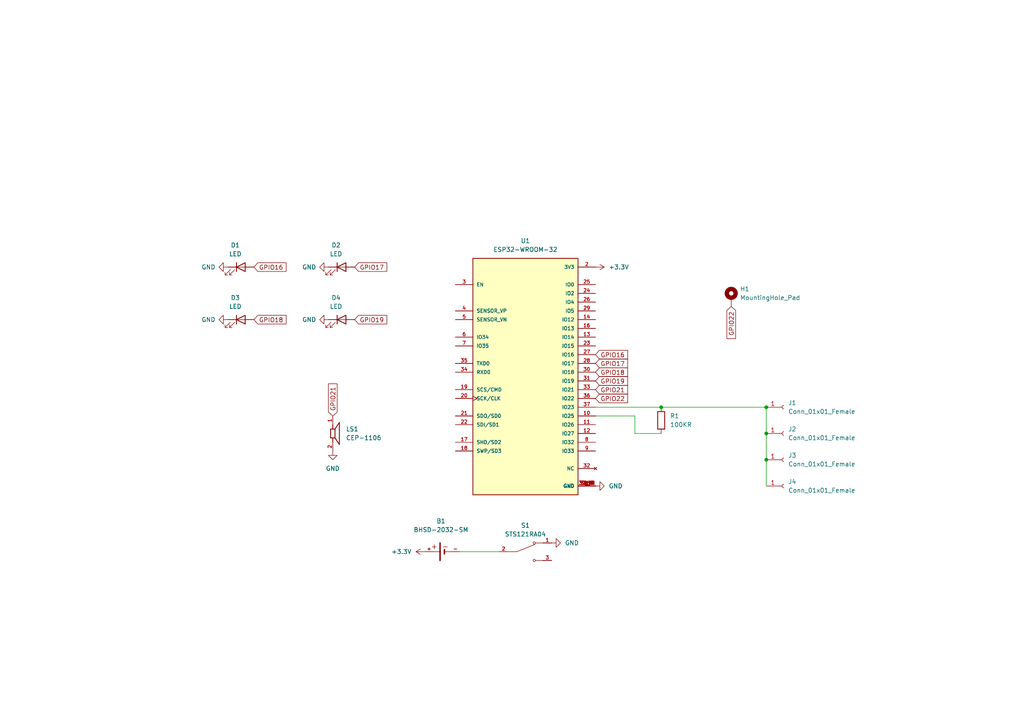
<source format=kicad_sch>
(kicad_sch (version 20211123) (generator eeschema)
  (paper "A4")
  (title_block (title "SpiritPod") (date "2025-06-19") (company "HaneiNeko"))
  (lib_symbols
    (symbol "BHSD-2032-SM:BHSD-2032-SM" (pin_names (offset 1.016))
      (property "Reference" "B" (at -1.2714 3.1785 0))
      (property "Value" "BHSD-2032-SM" (at -1.2701 -5.0806 0))
      (symbol "BHSD-2032-SM_0_0"
        (polyline (pts (xy -2.54 0) (xy -0.635 0)) (stroke (width 0.1524)))
        (polyline (pts (xy -0.635 0) (xy -0.635 -0.635)) (stroke (width 0.4064)))
        (polyline (pts (xy -0.635 0.635) (xy -0.635 0)) (stroke (width 0.4064)))
        (polyline (pts (xy 0.635 0) (xy 0.635 -2.54)) (stroke (width 0.4064)))
        (polyline (pts (xy 0.635 0) (xy 2.54 0)) (stroke (width 0.1524)))
        (polyline (pts (xy 0.635 2.54) (xy 0.635 0)) (stroke (width 0.4064)))
        (text "+" (at 1.2708 0.6354 0) (effects (font (size 1.525 1.525)) (justify left bottom)))
        (text "-" (at -1.9069 0.6356 0) (effects (font (size 1.5255 1.5255)) (justify left bottom)))
        (pin passive line (at 5.08 0 180) (length 2.54) (name "~") (number "+"))
        (pin passive line (at -5.08 0 0) (length 2.54) (name "~") (number "-"))
      )
    )
    (symbol "CEP-1106:CEP-1106" (pin_names (offset 1.016))
      (property "Reference" "LS" (at -3.8124 8.8956 0))
      (property "Value" "CEP-1106" (at -3.8168 -11.4503 0))
      (symbol "CEP-1106_0_0"
        (polyline (pts (xy -0.635 -1.27) (xy -0.635 1.27)) (stroke (width 0.254)))
        (polyline (pts (xy -0.635 1.27) (xy 0 1.27)) (stroke (width 0.254)))
        (polyline (pts (xy 0 -1.27) (xy -0.635 -1.27)) (stroke (width 0.254)))
        (polyline (pts (xy 0 -1.27) (xy 0 -2.54)) (stroke (width 0.254)))
        (polyline (pts (xy 0 1.27) (xy 0 2.54)) (stroke (width 0.254)))
        (polyline (pts (xy 0 1.27) (xy 0.635 1.27)) (stroke (width 0.254)))
        (polyline (pts (xy 0.635 -1.27) (xy 0 -1.27)) (stroke (width 0.254)))
        (polyline (pts (xy 0.635 1.27) (xy 0.635 -1.27)) (stroke (width 0.254)))
        (polyline (pts (xy 0.635 1.27) (xy 1.905 3.175)) (stroke (width 0.254)))
        (polyline (pts (xy 1.905 -3.175) (xy 0.635 -1.27)) (stroke (width 0.254)))
        (polyline (pts (xy 1.905 3.175) (xy 1.905 -3.175)) (stroke (width 0.254)))
        (pin passive line (at 0 5.08 270) (length 2.54) (name "~") (number "1"))
        (pin passive line (at 0 -5.08 90) (length 2.54) (name "~") (number "2"))
      )
    )
    (symbol "Connector:Conn_01x01_Female" (pin_names (offset 1.016) hide)
      (property "Reference" "J" (at 0 2.54 0))
      (property "Value" "Conn_01x01_Female" (at 0 -2.54 0))
      (symbol "Conn_01x01_Female_1_1"
        (polyline (pts (xy -1.27 0) (xy -0.508 0)) (stroke (width 0.1524)))
        (arc (start 0 0.508) (mid -0.508 0) (end 0 -0.508) (stroke (width 0.1524)))
        (pin passive line (at -5.08 0 0) (length 3.81) (name "Pin_1") (number "1"))
      )
    )
    (symbol "Device:LED" (pin_numbers hide) (pin_names (offset 1.016) hide)
      (property "Reference" "D" (at 0 2.54 0))
      (property "Value" "LED" (at 0 -2.54 0))
      (symbol "LED_0_1"
        (polyline (pts (xy -1.27 -1.27) (xy -1.27 1.27)) (stroke (width 0.254)))
        (polyline (pts (xy -1.27 0) (xy 1.27 0)))
        (polyline (pts (xy 1.27 -1.27) (xy 1.27 1.27) (xy -1.27 0) (xy 1.27 -1.27)) (stroke (width 0.254)))
        (polyline (pts (xy -3.048 -0.762) (xy -4.572 -2.286) (xy -3.81 -2.286) (xy -4.572 -2.286) (xy -4.572 -1.524)))
        (polyline (pts (xy -1.778 -0.762) (xy -3.302 -2.286) (xy -2.54 -2.286) (xy -3.302 -2.286) (xy -3.302 -1.524)))
      )
      (symbol "LED_1_1"
        (pin passive line (at -3.81 0 0) (length 2.54) (name "K") (number "1"))
        (pin passive line (at 3.81 0 180) (length 2.54) (name "A") (number "2"))
      )
    )
    (symbol "Device:R" (pin_numbers hide) (pin_names (offset 0))
      (property "Reference" "R" (at 2.032 0 90))
      (property "Value" "R" (at 0 0 90))
      (symbol "R_0_1"
        (rectangle (start -1.016 -2.54) (end 1.016 2.54) (stroke (width 0.254)))
      )
      (symbol "R_1_1"
        (pin passive line (at 0 3.81 270) (length 1.27) (name "~") (number "1"))
        (pin passive line (at 0 -3.81 90) (length 1.27) (name "~") (number "2"))
      )
    )
    (symbol "ESP32-WROOM-32:ESP32-WROOM-32" (pin_names (offset 1.016))
      (property "Reference" "U" (at -15.0359 36.6745 0))
      (property "Value" "ESP32-WROOM-32" (at -15.2867 -35.6681 0))
      (symbol "ESP32-WROOM-32_0_0"
        (rectangle (start -15.24 -33.02) (end 15.24 35.56) (stroke (width 0.254)) (fill (type background)))
        (pin power_in line (at 20.32 -30.48 180) (length 5.08) (name "GND") (number "1"))
        (pin bidirectional line (at 20.32 -10.16 180) (length 5.08) (name "IO25") (number "10"))
        (pin bidirectional line (at 20.32 -12.7 180) (length 5.08) (name "IO26") (number "11"))
        (pin bidirectional line (at 20.32 -15.24 180) (length 5.08) (name "IO27") (number "12"))
        (pin bidirectional line (at 20.32 12.7 180) (length 5.08) (name "IO14") (number "13"))
        (pin bidirectional line (at 20.32 17.78 180) (length 5.08) (name "IO12") (number "14"))
        (pin power_in line (at 20.32 -30.48 180) (length 5.08) (name "GND") (number "15"))
        (pin bidirectional line (at 20.32 15.24 180) (length 5.08) (name "IO13") (number "16"))
        (pin bidirectional line (at -20.32 -17.78 0) (length 5.08) (name "SHD/SD2") (number "17"))
        (pin bidirectional line (at -20.32 -20.32 0) (length 5.08) (name "SWP/SD3") (number "18"))
        (pin bidirectional line (at -20.32 -2.54 0) (length 5.08) (name "SCS/CMD") (number "19"))
        (pin power_in line (at 20.32 33.02 180) (length 5.08) (name "3V3") (number "2"))
        (pin bidirectional clock (at -20.32 -5.08 0) (length 5.08) (name "SCK/CLK") (number "20"))
        (pin bidirectional line (at -20.32 -10.16 0) (length 5.08) (name "SDO/SD0") (number "21"))
        (pin bidirectional line (at -20.32 -12.7 0) (length 5.08) (name "SDI/SD1") (number "22"))
        (pin bidirectional line (at 20.32 10.16 180) (length 5.08) (name "IO15") (number "23"))
        (pin bidirectional line (at 20.32 25.4 180) (length 5.08) (name "IO2") (number "24"))
        (pin bidirectional line (at 20.32 27.94 180) (length 5.08) (name "IO0") (number "25"))
        (pin bidirectional line (at 20.32 22.86 180) (length 5.08) (name "IO4") (number "26"))
        (pin bidirectional line (at 20.32 7.62 180) (length 5.08) (name "IO16") (number "27"))
        (pin bidirectional line (at 20.32 5.08 180) (length 5.08) (name "IO17") (number "28"))
        (pin bidirectional line (at 20.32 20.32 180) (length 5.08) (name "IO5") (number "29"))
        (pin input line (at -20.32 27.94 0) (length 5.08) (name "EN") (number "3"))
        (pin bidirectional line (at 20.32 2.54 180) (length 5.08) (name "IO18") (number "30"))
        (pin bidirectional line (at 20.32 0 180) (length 5.08) (name "IO19") (number "31"))
        (pin no_connect line (at 20.32 -25.4 180) (length 5.08) (name "NC") (number "32"))
        (pin bidirectional line (at 20.32 -2.54 180) (length 5.08) (name "IO21") (number "33"))
        (pin bidirectional line (at -20.32 2.54 0) (length 5.08) (name "RXD0") (number "34"))
        (pin bidirectional line (at -20.32 5.08 0) (length 5.08) (name "TXD0") (number "35"))
        (pin bidirectional line (at 20.32 -5.08 180) (length 5.08) (name "IO22") (number "36"))
        (pin bidirectional line (at 20.32 -7.62 180) (length 5.08) (name "IO23") (number "37"))
        (pin power_in line (at 20.32 -30.48 180) (length 5.08) (name "GND") (number "38"))
        (pin power_in line (at 20.32 -30.48 180) (length 5.08) (name "GND") (number "39_1"))
        (pin power_in line (at 20.32 -30.48 180) (length 5.08) (name "GND") (number "39_10"))
        (pin power_in line (at 20.32 -30.48 180) (length 5.08) (name "GND") (number "39_11"))
        (pin power_in line (at 20.32 -30.48 180) (length 5.08) (name "GND") (number "39_12"))
        (pin power_in line (at 20.32 -30.48 180) (length 5.08) (name "GND") (number "39_13"))
        (pin power_in line (at 20.32 -30.48 180) (length 5.08) (name "GND") (number "39_14"))
        (pin power_in line (at 20.32 -30.48 180) (length 5.08) (name "GND") (number "39_15"))
        (pin power_in line (at 20.32 -30.48 180) (length 5.08) (name "GND") (number "39_16"))
        (pin power_in line (at 20.32 -30.48 180) (length 5.08) (name "GND") (number "39_17"))
        (pin power_in line (at 20.32 -30.48 180) (length 5.08) (name "GND") (number "39_18"))
        (pin power_in line (at 20.32 -30.48 180) (length 5.08) (name "GND") (number "39_19"))
        (pin power_in line (at 20.32 -30.48 180) (length 5.08) (name "GND") (number "39_2"))
        (pin power_in line (at 20.32 -30.48 180) (length 5.08) (name "GND") (number "39_20"))
        (pin power_in line (at 20.32 -30.48 180) (length 5.08) (name "GND") (number "39_21"))
        (pin power_in line (at 20.32 -30.48 180) (length 5.08) (name "GND") (number "39_3"))
        (pin power_in line (at 20.32 -30.48 180) (length 5.08) (name "GND") (number "39_4"))
        (pin power_in line (at 20.32 -30.48 180) (length 5.08) (name "GND") (number "39_5"))
        (pin power_in line (at 20.32 -30.48 180) (length 5.08) (name "GND") (number "39_6"))
        (pin power_in line (at 20.32 -30.48 180) (length 5.08) (name "GND") (number "39_7"))
        (pin power_in line (at 20.32 -30.48 180) (length 5.08) (name "GND") (number "39_8"))
        (pin power_in line (at 20.32 -30.48 180) (length 5.08) (name "GND") (number "39_9"))
        (pin input line (at -20.32 20.32 0) (length 5.08) (name "SENSOR_VP") (number "4"))
        (pin input line (at -20.32 17.78 0) (length 5.08) (name "SENSOR_VN") (number "5"))
        (pin input line (at -20.32 12.7 0) (length 5.08) (name "IO34") (number "6"))
        (pin input line (at -20.32 10.16 0) (length 5.08) (name "IO35") (number "7"))
        (pin bidirectional line (at 20.32 -17.78 180) (length 5.08) (name "IO32") (number "8"))
        (pin bidirectional line (at 20.32 -20.32 180) (length 5.08) (name "IO33") (number "9"))
      )
    )
    (symbol "Mechanical:MountingHole_Pad" (pin_numbers hide) (pin_names (offset 1.016) hide)
      (property "Reference" "H" (at 0 6.35 0))
      (property "Value" "MountingHole_Pad" (at 0 4.445 0))
      (symbol "MountingHole_Pad_0_1"
        (circle (center 0 1.27) (radius 1.27) (stroke (width 1.27)))
      )
      (symbol "MountingHole_Pad_1_1"
        (pin input line (at 0 -2.54 90) (length 2.54) (name "1") (number "1"))
      )
    )
    (symbol "STS121RA04:STS121RA04" (pin_names (offset 1.016))
      (property "Reference" "S" (at -2.54 5.08 0))
      (property "Value" "STS121RA04" (at -2.54 -5.08 0))
      (symbol "STS121RA04_0_0"
        (polyline (pts (xy -2.54 0) (xy -5.08 0)) (stroke (width 0.1524)))
        (polyline (pts (xy -2.54 0) (xy 2.794 2.1336)) (stroke (width 0.1524)))
        (polyline (pts (xy 5.08 -2.54) (xy 2.921 -2.54)) (stroke (width 0.1524)))
        (polyline (pts (xy 5.08 2.54) (xy 2.921 2.54)) (stroke (width 0.1524)))
        (circle (center 2.54 -2.54) (radius 0.3302) (stroke (width 0.1524)))
        (circle (center 2.54 2.54) (radius 0.3302) (stroke (width 0.1524)))
        (pin passive line (at 7.62 2.54 180) (length 2.54) (name "~") (number "1"))
        (pin passive line (at -7.62 0 0) (length 2.54) (name "~") (number "2"))
        (pin passive line (at 7.62 -2.54 180) (length 2.54) (name "~") (number "3"))
      )
    )
    (symbol "power:+3.3V" (power) (pin_names (offset 0))
      (property "Value" "+3.3V" (at 0 3.556 0))
      (symbol "+3.3V_0_1"
        (polyline (pts (xy -0.762 1.27) (xy 0 2.54)))
        (polyline (pts (xy 0 0) (xy 0 2.54)))
        (polyline (pts (xy 0 2.54) (xy 0.762 1.27)))
      )
      (symbol "+3.3V_1_1"
        (pin power_in line (at 0 0 90) (length 0) hide (name "+3.3V") (number "1"))
      )
    )
    (symbol "power:GND" (power) (pin_names (offset 0))
      (property "Value" "GND" (at 0 -3.81 0))
      (symbol "GND_0_1"
        (polyline (pts (xy 0 0) (xy 0 -1.27) (xy 1.27 -1.27) (xy 0 -2.54) (xy -1.27 -1.27) (xy 0 -1.27)))
      )
      (symbol "GND_1_1"
        (pin power_in line (at 0 0 270) (length 0) hide (name "GND") (number "1"))
      )
    )
  )
  (junction (at 222.25 118.11))
  (junction (at 191.77 118.11))
  (junction (at 222.25 125.73))
  (junction (at 222.25 133.35))
  (wire (pts (xy 222.25 125.73) (xy 222.25 133.35)))
  (wire (pts (xy 133.35 160.02) (xy 144.78 160.02)))
  (wire (pts (xy 172.72 120.65) (xy 184.15 120.65)))
  (wire (pts (xy 184.15 125.73) (xy 191.77 125.73)))
  (wire (pts (xy 172.72 118.11) (xy 191.77 118.11)))
  (wire (pts (xy 191.77 118.11) (xy 222.25 118.11)))
  (wire (pts (xy 222.25 133.35) (xy 222.25 140.97)))
  (wire (pts (xy 222.25 118.11) (xy 222.25 125.73)))
  (wire (pts (xy 184.15 120.65) (xy 184.15 125.73)))
  (global_label "GPIO21" (shape input) (at 172.72 113.03 0) (property "Références Inter-Feuilles" "${INTERSHEET_REFS}" (effects hide)))
  (global_label "GPIO16" (shape input) (at 172.72 102.87 0) (property "Références Inter-Feuilles" "${INTERSHEET_REFS}" (effects hide)))
  (global_label "GPIO17" (shape input) (at 102.87 77.47 0) (property "Références Inter-Feuilles" "${INTERSHEET_REFS}" (effects hide)))
  (global_label "GPIO19" (shape input) (at 172.72 110.49 0) (property "Références Inter-Feuilles" "${INTERSHEET_REFS}" (effects hide)))
  (global_label "GPIO17" (shape input) (at 172.72 105.41 0) (property "Références Inter-Feuilles" "${INTERSHEET_REFS}" (effects hide)))
  (global_label "GPIO16" (shape input) (at 73.66 77.47 0) (property "Références Inter-Feuilles" "${INTERSHEET_REFS}" (effects hide)))
  (global_label "GPIO22" (shape input) (at 212.09 88.9 270) (property "Références Inter-Feuilles" "${INTERSHEET_REFS}" (effects hide)))
  (global_label "GPIO19" (shape input) (at 102.87 92.71 0) (property "Références Inter-Feuilles" "${INTERSHEET_REFS}" (effects hide)))
  (global_label "GPIO18" (shape input) (at 172.72 107.95 0) (property "Références Inter-Feuilles" "${INTERSHEET_REFS}" (effects hide)))
  (global_label "GPIO21" (shape input) (at 96.52 120.65 90) (property "Références Inter-Feuilles" "${INTERSHEET_REFS}" (effects hide)))
  (global_label "GPIO18" (shape input) (at 73.66 92.71 0) (property "Références Inter-Feuilles" "${INTERSHEET_REFS}" (effects hide)))
  (global_label "GPIO22" (shape input) (at 172.72 115.57 0) (property "Références Inter-Feuilles" "${INTERSHEET_REFS}" (effects hide)))
  (symbol (lib_id "Device:R") (at 191.77 121.92 0) (unit 1)
    (property "Reference" "R1" (at 194.31 120.6499 0) (effects (justify left)))
    (property "Value" "100KR" (at 194.31 123.1899 0) (effects (justify left)))
    (property "Footprint" "Resistor_THT:R_Axial_DIN0309_L9.0mm_D3.2mm_P12.70mm_Horizontal" (effects hide))
  )
  (symbol (lib_id "power:+3.3V") (at 172.72 77.47 270) (unit 1)
    (property "Reference" "#PWR0106" (effects hide))
    (property "Value" "+3.3V" (at 176.53 77.4699 90) (effects (justify left)))
  )
  (symbol (lib_id "BHSD-2032-SM:BHSD-2032-SM") (at 128.27 160.02 0) (mirror y) (unit 1)
    (property "Reference" "B1" (at 127.9033 151.13 0))
    (property "Value" "BHSD-2032-SM" (at 127.9033 153.67 0))
    (property "Footprint" "BHSD-2032-SM:BHSD-2032-SM" (effects hide))
    (property "MF" "Memory Protection Devices" (effects hide))
    (property "Description" "\n                        \n                            Battery Holder 1 Cells Liquid Crystal Polymer Vectra T/R\n                        \n" (effects hide))
    (property "Package" "None" (effects hide))
    (property "Price" "None" (effects hide))
    (property "SnapEDA_Link" "https://www.snapeda.com/parts/BHSD-2032-SM/Memory+Protection+Devices/view-part/?ref=snap" (effects hide))
    (property "MP" "BHSD-2032-SM" (effects hide))
    (property "Availability" "In Stock" (effects hide))
    (property "Check_prices" "https://www.snapeda.com/parts/BHSD-2032-SM/Memory+Protection+Devices/view-part/?ref=eda" (effects hide))
  )
  (symbol (lib_id "Device:LED") (at 99.06 77.47 0) (unit 1)
    (property "Reference" "D2" (at 97.4725 71.12 0))
    (property "Value" "LED" (at 97.4725 73.66 0))
    (property "Footprint" "LED_THT:LED_D5.0mm" (effects hide))
  )
  (symbol (lib_id "Device:LED") (at 69.85 92.71 0) (unit 1)
    (property "Reference" "D3" (at 68.2625 86.36 0))
    (property "Value" "LED" (at 68.2625 88.9 0))
    (property "Footprint" "LED_THT:LED_D5.0mm" (effects hide))
  )
  (symbol (lib_id "Connector:Conn_01x01_Female") (at 227.33 125.73 0) (unit 1)
    (property "Reference" "J2" (at 228.6 124.4599 0) (effects (justify left)))
    (property "Value" "Conn_01x01_Female" (at 228.6 126.9999 0) (effects (justify left)))
    (property "Footprint" "Connector_PinHeader_1.00mm:PinHeader_1x01_P1.00mm_Vertical" (effects hide))
  )
  (symbol (lib_id "power:GND") (at 95.25 77.47 270) (mirror x) (unit 1)
    (property "Reference" "#PWR0104" (effects hide))
    (property "Value" "GND" (at 87.63 77.47 90) (effects (justify left)))
  )
  (symbol (lib_id "STS121RA04:STS121RA04") (at 152.4 160.02 0) (unit 1)
    (property "Reference" "S1" (at 152.4 152.4 0))
    (property "Value" "STS121RA04" (at 152.4 154.94 0))
    (property "Footprint" "STS121RA04:TE_STS121RA04" (effects hide))
    (property "MF" "TE Connectivity" (effects hide))
    (property "MAXIMUM_PACKAGE_HEIGHT" "6.1 mm" (effects hide))
    (property "Package" "None" (effects hide))
    (property "Price" "None" (effects hide))
    (property "Check_prices" "https://www.snapeda.com/parts/STS121RA04/TE+Connectivity+ALCOSWITCH+Switches/view-part/?ref=eda" (effects hide))
    (property "STANDARD" "Manufacturer Recommendations" (effects hide))
    (property "PARTREV" "A3" (effects hide))
    (property "SnapEDA_Link" "https://www.snapeda.com/parts/STS121RA04/TE+Connectivity+ALCOSWITCH+Switches/view-part/?ref=snap" (effects hide))
    (property "MP" "STS121RA04" (effects hide))
    (property "Description" "\n                        \n                            Slide Switch SPDT Through Hole, Right Angle\n                        \n" (effects hide))
    (property "Availability" "In Stock" (effects hide))
    (property "MANUFACTURER" "TE Connectivity" (effects hide))
  )
  (symbol (lib_id "power:GND") (at 66.04 92.71 270) (mirror x) (unit 1)
    (property "Reference" "#PWR0102" (effects hide))
    (property "Value" "GND" (at 58.42 92.71 90) (effects (justify left)))
  )
  (symbol (lib_id "power:GND") (at 96.52 130.81 0) (unit 1)
    (property "Reference" "#PWR0105" (effects hide))
    (property "Value" "GND" (at 96.52 135.89 0))
  )
  (symbol (lib_id "Connector:Conn_01x01_Female") (at 227.33 118.11 0) (unit 1)
    (property "Reference" "J1" (at 228.6 116.8399 0) (effects (justify left)))
    (property "Value" "Conn_01x01_Female" (at 228.6 119.3799 0) (effects (justify left)))
    (property "Footprint" "Connector_PinHeader_1.00mm:PinHeader_1x01_P1.00mm_Vertical" (effects hide))
  )
  (symbol (lib_id "Device:LED") (at 69.85 77.47 0) (unit 1)
    (property "Reference" "D1" (at 68.2625 71.12 0))
    (property "Value" "LED" (at 68.2625 73.66 0))
    (property "Footprint" "LED_THT:LED_D5.0mm" (effects hide))
  )
  (symbol (lib_id "power:GND") (at 66.04 77.47 270) (mirror x) (unit 1)
    (property "Reference" "#PWR0101" (effects hide))
    (property "Value" "GND" (at 58.42 77.47 90) (effects (justify left)))
  )
  (symbol (lib_id "Connector:Conn_01x01_Female") (at 227.33 133.35 0) (unit 1)
    (property "Reference" "J3" (at 228.6 132.0799 0) (effects (justify left)))
    (property "Value" "Conn_01x01_Female" (at 228.6 134.6199 0) (effects (justify left)))
    (property "Footprint" "Connector_PinHeader_1.00mm:PinHeader_1x01_P1.00mm_Vertical" (effects hide))
  )
  (symbol (lib_id "power:GND") (at 160.02 157.48 90) (unit 1)
    (property "Reference" "#PWR0108" (effects hide))
    (property "Value" "GND" (at 163.83 157.4799 90) (effects (justify right)))
  )
  (symbol (lib_id "power:GND") (at 95.25 92.71 270) (mirror x) (unit 1)
    (property "Reference" "#PWR0103" (effects hide))
    (property "Value" "GND" (at 87.63 92.71 90) (effects (justify left)))
  )
  (symbol (lib_id "Connector:Conn_01x01_Female") (at 227.33 140.97 0) (unit 1)
    (property "Reference" "J4" (at 228.6 139.6999 0) (effects (justify left)))
    (property "Value" "Conn_01x01_Female" (at 228.6 142.2399 0) (effects (justify left)))
    (property "Footprint" "Connector_PinHeader_1.00mm:PinHeader_1x01_P1.00mm_Vertical" (effects hide))
  )
  (symbol (lib_id "power:GND") (at 172.72 140.97 90) (unit 1)
    (property "Reference" "#PWR0107" (effects hide))
    (property "Value" "GND" (at 176.53 140.9699 90) (effects (justify right)))
  )
  (symbol (lib_id "Mechanical:MountingHole_Pad") (at 212.09 86.36 0) (unit 1)
    (property "Reference" "H1" (at 214.63 83.8199 0) (effects (justify left)))
    (property "Value" "MountingHole_Pad" (at 214.63 86.3599 0) (effects (justify left)))
    (property "Footprint" "MountingHole:MountingHole_3mm_Pad" (effects hide))
  )
  (symbol (lib_id "Device:LED") (at 99.06 92.71 0) (unit 1)
    (property "Reference" "D4" (at 97.4725 86.36 0))
    (property "Value" "LED" (at 97.4725 88.9 0))
    (property "Footprint" "LED_THT:LED_D5.0mm" (effects hide))
  )
  (symbol (lib_id "ESP32-WROOM-32:ESP32-WROOM-32") (at 152.4 110.49 0) (unit 1)
    (property "Reference" "U1" (at 152.4 69.85 0))
    (property "Value" "ESP32-WROOM-32" (at 152.4 72.39 0))
    (property "Footprint" "ESP23-WROOM-32:MODULE_ESP32-WROOM-32" (effects hide))
    (property "MF" "Espressif Systems" (effects hide))
    (property "MAXIMUM_PACKAGE_HEIGHT" "3.2 mm" (effects hide))
    (property "Package" "None" (effects hide))
    (property "Price" "None" (effects hide))
    (property "Check_prices" "https://www.snapeda.com/parts/ESP32-WROOM-32/Espressif+Systems/view-part/?ref=eda" (effects hide))
    (property "STANDARD" "Manufacturer Recommendations" (effects hide))
    (property "PARTREV" "2.9" (effects hide))
    (property "SnapEDA_Link" "https://www.snapeda.com/parts/ESP32-WROOM-32/Espressif+Systems/view-part/?ref=snap" (effects hide))
    (property "MP" "ESP32-WROOM-32" (effects hide))
    (property "Description" "\n                        \n                            Bluetooth, WiFi 802.11b/g/n, Bluetooth v4.2 +EDR, Class 1, 2 and 3 Transceiver Module 2.4GHz ~ 2.5GHz Antenna Not Included, U.FL Surface Mount\n                        \n" (effects hide))
    (property "Availability" "In Stock" (effects hide))
    (property "MANUFACTURER" "Espressif Systems" (effects hide))
  )
  (symbol (lib_id "CEP-1106:CEP-1106") (at 96.52 125.73 0) (unit 1)
    (property "Reference" "LS1" (at 100.33 124.4599 0) (effects (justify left)))
    (property "Value" "CEP-1106" (at 100.33 126.9999 0) (effects (justify left)))
    (property "Footprint" "CEP-1106:CUI_CEP-1106" (effects hide))
    (property "MF" "Same Sky" (effects hide))
    (property "Description" "\n                        \n                            22.8 mm, 30 V, 88 dB, Through Hole, Piezo Audio Transducer Buzzer\n                        \n" (effects hide))
    (property "Package" "None" (effects hide))
    (property "Price" "None" (effects hide))
    (property "Check_prices" "https://www.snapeda.com/parts/CEP-1106/Same+Sky/view-part/?ref=eda" (effects hide))
    (property "STANDARD" "Manufacturer recommendations" (effects hide))
    (property "SnapEDA_Link" "https://www.snapeda.com/parts/CEP-1106/Same+Sky/view-part/?ref=snap" (effects hide))
    (property "MP" "CEP-1106" (effects hide))
    (property "Availability" "In Stock" (effects hide))
    (property "MANUFACTURER" "CUI INC" (effects hide))
  )
  (symbol (lib_id "power:+3.3V") (at 123.19 160.02 90) (unit 1)
    (property "Reference" "#PWR0109" (effects hide))
    (property "Value" "+3.3V" (at 119.38 160.0199 90) (effects (justify left)))
  )
)
</source>
